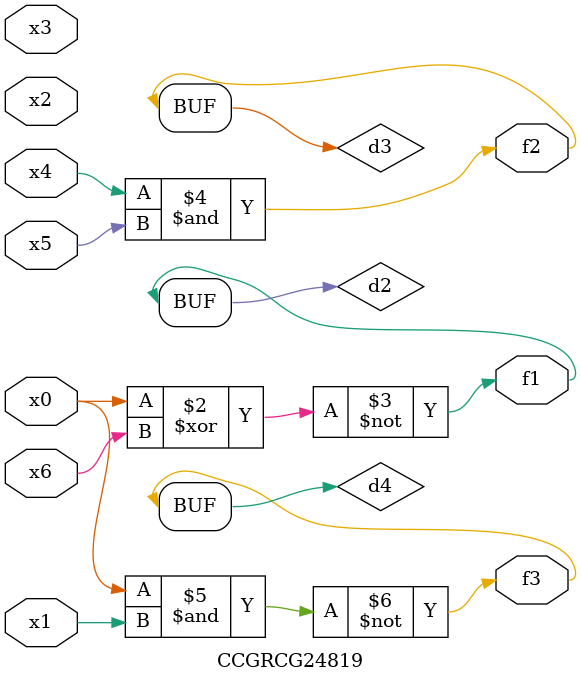
<source format=v>
module CCGRCG24819(
	input x0, x1, x2, x3, x4, x5, x6,
	output f1, f2, f3
);

	wire d1, d2, d3, d4;

	nor (d1, x0);
	xnor (d2, x0, x6);
	and (d3, x4, x5);
	nand (d4, x0, x1);
	assign f1 = d2;
	assign f2 = d3;
	assign f3 = d4;
endmodule

</source>
